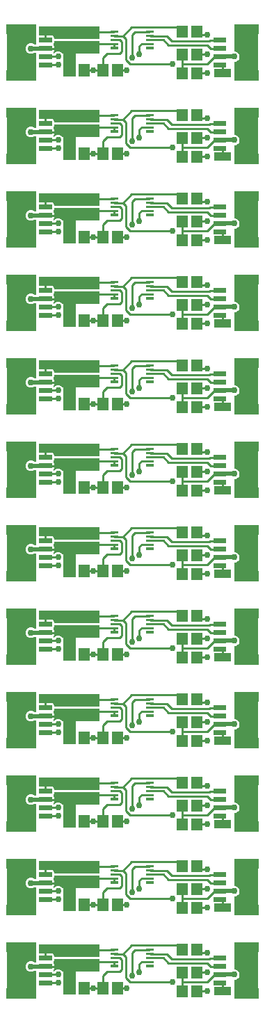
<source format=gbr>
G04 start of page 2 for group 0 idx 0 *
G04 Title: (unknown), top *
G04 Creator: pcb 20140316 *
G04 CreationDate: Sun 30 Dec 2018 07:28:16 PM GMT UTC *
G04 For: railfan *
G04 Format: Gerber/RS-274X *
G04 PCB-Dimensions (mil): 1435.00 4900.00 *
G04 PCB-Coordinate-Origin: lower left *
%MOIN*%
%FSLAX25Y25*%
%LNTOP*%
%ADD21C,0.0310*%
%ADD20C,0.0130*%
%ADD19C,0.0300*%
%ADD18R,0.0512X0.0512*%
%ADD17R,0.0472X0.0472*%
%ADD16R,0.0236X0.0236*%
%ADD15R,0.0100X0.0100*%
%ADD14R,0.0120X0.0120*%
%ADD13C,0.0200*%
%ADD12C,0.0100*%
%ADD11C,0.0001*%
G54D11*G36*
X38500Y413500D02*Y418536D01*
X38540Y418702D01*
X38563Y419094D01*
X38540Y419487D01*
X38500Y419653D01*
Y422473D01*
X38540Y422639D01*
X38563Y423031D01*
X38540Y423424D01*
X38500Y423590D01*
Y427500D01*
X44500D01*
Y413500D01*
X38500D01*
G37*
G36*
X56000Y390500D02*Y384500D01*
X38095D01*
X38092Y384505D01*
X37836Y384805D01*
X37537Y385060D01*
X37201Y385266D01*
X36838Y385416D01*
X36455Y385508D01*
X36063Y385539D01*
X35671Y385508D01*
X35288Y385416D01*
X34925Y385266D01*
X34589Y385060D01*
X34290Y384805D01*
X34056Y384532D01*
X34001D01*
X34000Y384535D01*
Y385465D01*
X34005Y385478D01*
X34042Y385631D01*
X34051Y385788D01*
X34042Y388306D01*
X34005Y388459D01*
X34000Y388472D01*
Y389402D01*
X34005Y389415D01*
X34042Y389568D01*
X34051Y389725D01*
X34048Y390500D01*
X56000D01*
G37*
G36*
X38500Y373500D02*Y378536D01*
X38540Y378702D01*
X38563Y379094D01*
X38540Y379487D01*
X38500Y379653D01*
Y382473D01*
X38540Y382639D01*
X38563Y383031D01*
X38540Y383424D01*
X38500Y383590D01*
Y387500D01*
X44500D01*
Y373500D01*
X38500D01*
G37*
G36*
X56000Y397500D02*Y391500D01*
X34045D01*
X34042Y392243D01*
X34005Y392396D01*
X33945Y392542D01*
X33863Y392676D01*
X33760Y392796D01*
X33641Y392898D01*
X33506Y392980D01*
X33361Y393041D01*
X33208Y393077D01*
X33051Y393087D01*
X27000Y393078D01*
Y397500D01*
X56000D01*
G37*
G36*
X11500Y438500D02*X25500D01*
Y428969D01*
X24508D01*
X24474Y428997D01*
X24138Y429203D01*
X23775Y429353D01*
X23392Y429445D01*
X23000Y429476D01*
X22608Y429445D01*
X22225Y429353D01*
X21862Y429203D01*
X21526Y428997D01*
X21227Y428742D01*
X20971Y428442D01*
X20766Y428107D01*
X20615Y427743D01*
X20523Y427361D01*
X20492Y426969D01*
X20523Y426576D01*
X20615Y426194D01*
X20766Y425830D01*
X20971Y425495D01*
X21227Y425195D01*
X21526Y424940D01*
X21862Y424734D01*
X22225Y424584D01*
X22608Y424492D01*
X23000Y424461D01*
X23392Y424492D01*
X23775Y424584D01*
X24138Y424734D01*
X24474Y424940D01*
X24508Y424969D01*
X25500D01*
Y411500D01*
X11500D01*
Y438500D01*
G37*
G36*
Y398500D02*X25500D01*
Y388969D01*
X24508D01*
X24474Y388997D01*
X24138Y389203D01*
X23775Y389353D01*
X23392Y389445D01*
X23000Y389476D01*
X22608Y389445D01*
X22225Y389353D01*
X21862Y389203D01*
X21526Y388997D01*
X21227Y388742D01*
X20971Y388442D01*
X20766Y388107D01*
X20615Y387743D01*
X20523Y387361D01*
X20492Y386969D01*
X20523Y386576D01*
X20615Y386194D01*
X20766Y385830D01*
X20971Y385495D01*
X21227Y385195D01*
X21526Y384940D01*
X21862Y384734D01*
X22225Y384584D01*
X22608Y384492D01*
X23000Y384461D01*
X23392Y384492D01*
X23775Y384584D01*
X24138Y384734D01*
X24474Y384940D01*
X24508Y384969D01*
X25500D01*
Y371500D01*
X11500D01*
Y398500D01*
G37*
G36*
X56000Y350500D02*Y344500D01*
X38095D01*
X38092Y344505D01*
X37836Y344805D01*
X37537Y345060D01*
X37201Y345266D01*
X36838Y345416D01*
X36455Y345508D01*
X36063Y345539D01*
X35671Y345508D01*
X35288Y345416D01*
X34925Y345266D01*
X34589Y345060D01*
X34290Y344805D01*
X34056Y344532D01*
X34001D01*
X34000Y344535D01*
Y345465D01*
X34005Y345478D01*
X34042Y345631D01*
X34051Y345788D01*
X34042Y348306D01*
X34005Y348459D01*
X34000Y348472D01*
Y349402D01*
X34005Y349415D01*
X34042Y349568D01*
X34051Y349725D01*
X34048Y350500D01*
X56000D01*
G37*
G36*
X38500Y333500D02*Y338536D01*
X38540Y338702D01*
X38563Y339094D01*
X38540Y339487D01*
X38500Y339653D01*
Y342473D01*
X38540Y342639D01*
X38563Y343031D01*
X38540Y343424D01*
X38500Y343590D01*
Y347500D01*
X44500D01*
Y333500D01*
X38500D01*
G37*
G36*
X56000Y357500D02*Y351500D01*
X34045D01*
X34042Y352243D01*
X34005Y352396D01*
X33945Y352542D01*
X33863Y352676D01*
X33760Y352796D01*
X33641Y352898D01*
X33506Y352980D01*
X33361Y353041D01*
X33208Y353077D01*
X33051Y353087D01*
X27000Y353078D01*
Y357500D01*
X56000D01*
G37*
G36*
X119000Y453000D02*X111000D01*
Y457000D01*
X119000D01*
Y453000D01*
G37*
G36*
X132000Y478500D02*Y451500D01*
X120500D01*
Y460524D01*
X120892Y460555D01*
X121275Y460647D01*
X121638Y460797D01*
X121974Y461003D01*
X122273Y461258D01*
X122529Y461558D01*
X122734Y461893D01*
X122885Y462257D01*
X122977Y462639D01*
X123000Y463031D01*
X122977Y463424D01*
X122885Y463806D01*
X122734Y464170D01*
X122529Y464505D01*
X122273Y464805D01*
X121974Y465060D01*
X121638Y465266D01*
X121275Y465416D01*
X120892Y465508D01*
X120500Y465539D01*
Y478500D01*
X132000D01*
G37*
G36*
X56000Y470500D02*Y464500D01*
X38095D01*
X38092Y464505D01*
X37836Y464805D01*
X37537Y465060D01*
X37201Y465266D01*
X36838Y465416D01*
X36455Y465508D01*
X36063Y465539D01*
X35671Y465508D01*
X35288Y465416D01*
X34925Y465266D01*
X34589Y465060D01*
X34290Y464805D01*
X34056Y464531D01*
X34001D01*
X34000Y464535D01*
Y465465D01*
X34005Y465478D01*
X34042Y465631D01*
X34051Y465788D01*
X34042Y468306D01*
X34005Y468459D01*
X34000Y468472D01*
Y469402D01*
X34005Y469415D01*
X34042Y469568D01*
X34051Y469725D01*
X34048Y470500D01*
X56000D01*
G37*
G36*
X38500Y453500D02*Y458536D01*
X38540Y458702D01*
X38563Y459094D01*
X38540Y459487D01*
X38500Y459653D01*
Y462473D01*
X38540Y462639D01*
X38563Y463031D01*
X38540Y463424D01*
X38500Y463590D01*
Y467500D01*
X44500D01*
Y453500D01*
X38500D01*
G37*
G36*
X56000Y477500D02*Y471500D01*
X34045D01*
X34042Y472243D01*
X34005Y472396D01*
X33945Y472542D01*
X33863Y472676D01*
X33760Y472796D01*
X33641Y472898D01*
X33506Y472980D01*
X33361Y473041D01*
X33208Y473077D01*
X33051Y473087D01*
X27000Y473078D01*
Y477500D01*
X56000D01*
G37*
G36*
X11500Y478500D02*X25500D01*
Y468969D01*
X24508D01*
X24474Y468997D01*
X24138Y469203D01*
X23775Y469353D01*
X23392Y469445D01*
X23000Y469476D01*
X22608Y469445D01*
X22225Y469353D01*
X21862Y469203D01*
X21526Y468997D01*
X21227Y468742D01*
X20971Y468442D01*
X20766Y468107D01*
X20615Y467743D01*
X20523Y467361D01*
X20492Y466969D01*
X20523Y466576D01*
X20615Y466194D01*
X20766Y465830D01*
X20971Y465495D01*
X21227Y465195D01*
X21526Y464940D01*
X21862Y464734D01*
X22225Y464584D01*
X22608Y464492D01*
X23000Y464461D01*
X23392Y464492D01*
X23775Y464584D01*
X24138Y464734D01*
X24474Y464940D01*
X24508Y464969D01*
X25500D01*
Y451500D01*
X11500D01*
Y478500D01*
G37*
G36*
X56000Y430500D02*Y424500D01*
X38095D01*
X38092Y424505D01*
X37836Y424805D01*
X37537Y425060D01*
X37201Y425266D01*
X36838Y425416D01*
X36455Y425508D01*
X36063Y425539D01*
X35671Y425508D01*
X35288Y425416D01*
X34925Y425266D01*
X34589Y425060D01*
X34290Y424805D01*
X34056Y424531D01*
X34001D01*
X34000Y424535D01*
Y425465D01*
X34005Y425478D01*
X34042Y425631D01*
X34051Y425788D01*
X34042Y428306D01*
X34005Y428459D01*
X34000Y428472D01*
Y429402D01*
X34005Y429415D01*
X34042Y429568D01*
X34051Y429725D01*
X34048Y430500D01*
X56000D01*
G37*
G36*
Y437500D02*Y431500D01*
X34045D01*
X34042Y432243D01*
X34005Y432396D01*
X33945Y432542D01*
X33863Y432676D01*
X33760Y432796D01*
X33641Y432898D01*
X33506Y432980D01*
X33361Y433041D01*
X33208Y433077D01*
X33051Y433087D01*
X27000Y433078D01*
Y437500D01*
X56000D01*
G37*
G36*
X119000Y413000D02*X111000D01*
Y417000D01*
X119000D01*
Y413000D01*
G37*
G36*
Y373000D02*X111000D01*
Y377000D01*
X119000D01*
Y373000D01*
G37*
G36*
X132000Y438500D02*Y411500D01*
X120500D01*
Y420524D01*
X120892Y420555D01*
X121275Y420647D01*
X121638Y420797D01*
X121974Y421003D01*
X122273Y421258D01*
X122529Y421558D01*
X122734Y421893D01*
X122885Y422257D01*
X122977Y422639D01*
X123000Y423031D01*
X122977Y423424D01*
X122885Y423806D01*
X122734Y424170D01*
X122529Y424505D01*
X122273Y424805D01*
X121974Y425060D01*
X121638Y425266D01*
X121275Y425416D01*
X120892Y425508D01*
X120500Y425539D01*
Y438500D01*
X132000D01*
G37*
G36*
Y398500D02*Y371500D01*
X120500D01*
Y380524D01*
X120892Y380555D01*
X121275Y380647D01*
X121638Y380797D01*
X121974Y381003D01*
X122273Y381258D01*
X122529Y381558D01*
X122734Y381893D01*
X122885Y382257D01*
X122977Y382639D01*
X123000Y383031D01*
X122977Y383424D01*
X122885Y383806D01*
X122734Y384170D01*
X122529Y384505D01*
X122273Y384805D01*
X121974Y385060D01*
X121638Y385266D01*
X121275Y385416D01*
X120892Y385508D01*
X120500Y385539D01*
Y398500D01*
X132000D01*
G37*
G36*
X11500Y358500D02*X25500D01*
Y348969D01*
X24508D01*
X24474Y348997D01*
X24138Y349203D01*
X23775Y349353D01*
X23392Y349445D01*
X23000Y349476D01*
X22608Y349445D01*
X22225Y349353D01*
X21862Y349203D01*
X21526Y348997D01*
X21227Y348742D01*
X20971Y348442D01*
X20766Y348107D01*
X20615Y347743D01*
X20523Y347361D01*
X20492Y346969D01*
X20523Y346576D01*
X20615Y346194D01*
X20766Y345830D01*
X20971Y345495D01*
X21227Y345195D01*
X21526Y344940D01*
X21862Y344734D01*
X22225Y344584D01*
X22608Y344492D01*
X23000Y344461D01*
X23392Y344492D01*
X23775Y344584D01*
X24138Y344734D01*
X24474Y344940D01*
X24508Y344969D01*
X25500D01*
Y331500D01*
X11500D01*
Y358500D01*
G37*
G36*
Y318500D02*X25500D01*
Y308969D01*
X24508D01*
X24474Y308997D01*
X24138Y309203D01*
X23775Y309353D01*
X23392Y309445D01*
X23000Y309476D01*
X22608Y309445D01*
X22225Y309353D01*
X21862Y309203D01*
X21526Y308997D01*
X21227Y308742D01*
X20971Y308442D01*
X20766Y308107D01*
X20615Y307743D01*
X20523Y307361D01*
X20492Y306969D01*
X20523Y306576D01*
X20615Y306194D01*
X20766Y305830D01*
X20971Y305495D01*
X21227Y305195D01*
X21526Y304940D01*
X21862Y304734D01*
X22225Y304584D01*
X22608Y304492D01*
X23000Y304461D01*
X23392Y304492D01*
X23775Y304584D01*
X24138Y304734D01*
X24474Y304940D01*
X24508Y304969D01*
X25500D01*
Y291500D01*
X11500D01*
Y318500D01*
G37*
G36*
Y278500D02*X25500D01*
Y268969D01*
X24508D01*
X24474Y268997D01*
X24138Y269203D01*
X23775Y269353D01*
X23392Y269445D01*
X23000Y269476D01*
X22608Y269445D01*
X22225Y269353D01*
X21862Y269203D01*
X21526Y268997D01*
X21227Y268742D01*
X20971Y268442D01*
X20766Y268107D01*
X20615Y267743D01*
X20523Y267361D01*
X20492Y266969D01*
X20523Y266576D01*
X20615Y266194D01*
X20766Y265830D01*
X20971Y265495D01*
X21227Y265195D01*
X21526Y264940D01*
X21862Y264734D01*
X22225Y264584D01*
X22608Y264492D01*
X23000Y264461D01*
X23392Y264492D01*
X23775Y264584D01*
X24138Y264734D01*
X24474Y264940D01*
X24508Y264969D01*
X25500D01*
Y251500D01*
X11500D01*
Y278500D01*
G37*
G36*
X56000Y310500D02*Y304500D01*
X38095D01*
X38092Y304505D01*
X37836Y304805D01*
X37537Y305060D01*
X37201Y305266D01*
X36838Y305416D01*
X36455Y305508D01*
X36063Y305539D01*
X35671Y305508D01*
X35288Y305416D01*
X34925Y305266D01*
X34589Y305060D01*
X34290Y304805D01*
X34056Y304532D01*
X34001D01*
X34000Y304535D01*
Y305465D01*
X34005Y305478D01*
X34042Y305631D01*
X34051Y305788D01*
X34042Y308306D01*
X34005Y308459D01*
X34000Y308472D01*
Y309402D01*
X34005Y309415D01*
X34042Y309568D01*
X34051Y309725D01*
X34048Y310500D01*
X56000D01*
G37*
G36*
Y317500D02*Y311500D01*
X34045D01*
X34042Y312243D01*
X34005Y312396D01*
X33945Y312542D01*
X33863Y312676D01*
X33760Y312796D01*
X33641Y312898D01*
X33506Y312980D01*
X33361Y313041D01*
X33208Y313077D01*
X33051Y313087D01*
X27000Y313078D01*
Y317500D01*
X56000D01*
G37*
G36*
X38500Y293500D02*Y298536D01*
X38540Y298702D01*
X38563Y299094D01*
X38540Y299487D01*
X38500Y299653D01*
Y302473D01*
X38540Y302639D01*
X38563Y303031D01*
X38540Y303424D01*
X38500Y303590D01*
Y307500D01*
X44500D01*
Y293500D01*
X38500D01*
G37*
G36*
X56000Y270500D02*Y264500D01*
X38095D01*
X38092Y264505D01*
X37836Y264805D01*
X37537Y265060D01*
X37201Y265266D01*
X36838Y265416D01*
X36455Y265508D01*
X36063Y265539D01*
X35671Y265508D01*
X35288Y265416D01*
X34925Y265266D01*
X34589Y265060D01*
X34290Y264805D01*
X34056Y264532D01*
X34001D01*
X34000Y264535D01*
Y265465D01*
X34005Y265478D01*
X34042Y265631D01*
X34051Y265788D01*
X34042Y268306D01*
X34005Y268459D01*
X34000Y268472D01*
Y269402D01*
X34005Y269415D01*
X34042Y269568D01*
X34051Y269725D01*
X34048Y270500D01*
X56000D01*
G37*
G36*
X38500Y253500D02*Y258536D01*
X38540Y258702D01*
X38563Y259094D01*
X38540Y259487D01*
X38500Y259653D01*
Y262473D01*
X38540Y262639D01*
X38563Y263031D01*
X38540Y263424D01*
X38500Y263590D01*
Y267500D01*
X44500D01*
Y253500D01*
X38500D01*
G37*
G36*
X56000Y277500D02*Y271500D01*
X34045D01*
X34042Y272243D01*
X34005Y272396D01*
X33945Y272542D01*
X33863Y272676D01*
X33760Y272796D01*
X33641Y272898D01*
X33506Y272980D01*
X33361Y273041D01*
X33208Y273077D01*
X33051Y273087D01*
X27000Y273078D01*
Y277500D01*
X56000D01*
G37*
G36*
Y230500D02*Y224500D01*
X38095D01*
X38092Y224505D01*
X37836Y224805D01*
X37537Y225060D01*
X37201Y225266D01*
X36838Y225416D01*
X36455Y225508D01*
X36063Y225539D01*
X35671Y225508D01*
X35288Y225416D01*
X34925Y225266D01*
X34589Y225060D01*
X34290Y224805D01*
X34056Y224532D01*
X34001D01*
X34000Y224535D01*
Y225465D01*
X34005Y225478D01*
X34042Y225631D01*
X34051Y225788D01*
X34042Y228306D01*
X34005Y228459D01*
X34000Y228472D01*
Y229402D01*
X34005Y229415D01*
X34042Y229568D01*
X34051Y229725D01*
X34048Y230500D01*
X56000D01*
G37*
G36*
X38500Y213500D02*Y218536D01*
X38540Y218702D01*
X38563Y219094D01*
X38540Y219487D01*
X38500Y219653D01*
Y222473D01*
X38540Y222639D01*
X38563Y223031D01*
X38540Y223424D01*
X38500Y223590D01*
Y227500D01*
X44500D01*
Y213500D01*
X38500D01*
G37*
G36*
X56000Y237500D02*Y231500D01*
X34045D01*
X34042Y232243D01*
X34005Y232396D01*
X33945Y232542D01*
X33863Y232676D01*
X33760Y232796D01*
X33641Y232898D01*
X33506Y232980D01*
X33361Y233041D01*
X33208Y233077D01*
X33051Y233087D01*
X27000Y233078D01*
Y237500D01*
X56000D01*
G37*
G36*
X11500Y238500D02*X25500D01*
Y228969D01*
X24508D01*
X24474Y228997D01*
X24138Y229203D01*
X23775Y229353D01*
X23392Y229445D01*
X23000Y229476D01*
X22608Y229445D01*
X22225Y229353D01*
X21862Y229203D01*
X21526Y228997D01*
X21227Y228742D01*
X20971Y228443D01*
X20766Y228107D01*
X20615Y227743D01*
X20523Y227361D01*
X20492Y226969D01*
X20523Y226576D01*
X20615Y226194D01*
X20766Y225830D01*
X20971Y225495D01*
X21227Y225195D01*
X21526Y224940D01*
X21862Y224734D01*
X22225Y224584D01*
X22608Y224492D01*
X23000Y224461D01*
X23392Y224492D01*
X23775Y224584D01*
X24138Y224734D01*
X24474Y224940D01*
X24508Y224969D01*
X25500D01*
Y211500D01*
X11500D01*
Y238500D01*
G37*
G36*
X56000Y190500D02*Y184500D01*
X38095D01*
X38092Y184505D01*
X37836Y184805D01*
X37537Y185060D01*
X37201Y185266D01*
X36838Y185416D01*
X36455Y185508D01*
X36063Y185539D01*
X35671Y185508D01*
X35288Y185416D01*
X34925Y185266D01*
X34589Y185060D01*
X34290Y184805D01*
X34056Y184532D01*
X34001D01*
X34000Y184535D01*
Y185465D01*
X34005Y185478D01*
X34042Y185631D01*
X34051Y185788D01*
X34042Y188306D01*
X34005Y188459D01*
X34000Y188472D01*
Y189402D01*
X34005Y189415D01*
X34042Y189568D01*
X34051Y189725D01*
X34048Y190500D01*
X56000D01*
G37*
G36*
X38500Y173500D02*Y178536D01*
X38540Y178702D01*
X38563Y179094D01*
X38540Y179487D01*
X38500Y179653D01*
Y182473D01*
X38540Y182639D01*
X38563Y183031D01*
X38540Y183424D01*
X38500Y183590D01*
Y187500D01*
X44500D01*
Y173500D01*
X38500D01*
G37*
G36*
X56000Y197500D02*Y191500D01*
X34045D01*
X34042Y192243D01*
X34005Y192396D01*
X33945Y192542D01*
X33863Y192676D01*
X33760Y192796D01*
X33641Y192898D01*
X33506Y192980D01*
X33361Y193041D01*
X33208Y193077D01*
X33051Y193087D01*
X27000Y193078D01*
Y197500D01*
X56000D01*
G37*
G36*
X11500Y198500D02*X25500D01*
Y188969D01*
X24508D01*
X24474Y188997D01*
X24138Y189203D01*
X23775Y189353D01*
X23392Y189445D01*
X23000Y189476D01*
X22608Y189445D01*
X22225Y189353D01*
X21862Y189203D01*
X21526Y188997D01*
X21227Y188742D01*
X20971Y188442D01*
X20766Y188107D01*
X20615Y187743D01*
X20523Y187361D01*
X20492Y186969D01*
X20523Y186576D01*
X20615Y186194D01*
X20766Y185830D01*
X20971Y185495D01*
X21227Y185195D01*
X21526Y184940D01*
X21862Y184734D01*
X22225Y184584D01*
X22608Y184492D01*
X23000Y184461D01*
X23392Y184492D01*
X23775Y184584D01*
X24138Y184734D01*
X24474Y184940D01*
X24508Y184969D01*
X25500D01*
Y171500D01*
X11500D01*
Y198500D01*
G37*
G36*
X119000Y333000D02*X111000D01*
Y337000D01*
X119000D01*
Y333000D01*
G37*
G36*
Y293000D02*X111000D01*
Y297000D01*
X119000D01*
Y293000D01*
G37*
G36*
Y253000D02*X111000D01*
Y257000D01*
X119000D01*
Y253000D01*
G37*
G36*
X132000Y358500D02*Y331500D01*
X120500D01*
Y340524D01*
X120892Y340555D01*
X121275Y340647D01*
X121638Y340797D01*
X121974Y341003D01*
X122273Y341258D01*
X122529Y341558D01*
X122734Y341893D01*
X122885Y342257D01*
X122977Y342639D01*
X123000Y343031D01*
X122977Y343424D01*
X122885Y343806D01*
X122734Y344170D01*
X122529Y344505D01*
X122273Y344805D01*
X121974Y345060D01*
X121638Y345266D01*
X121275Y345416D01*
X120892Y345508D01*
X120500Y345539D01*
Y358500D01*
X132000D01*
G37*
G36*
Y318500D02*Y291500D01*
X120500D01*
Y300524D01*
X120892Y300555D01*
X121275Y300647D01*
X121638Y300797D01*
X121974Y301003D01*
X122273Y301258D01*
X122529Y301558D01*
X122734Y301893D01*
X122885Y302257D01*
X122977Y302639D01*
X123000Y303031D01*
X122977Y303424D01*
X122885Y303806D01*
X122734Y304170D01*
X122529Y304505D01*
X122273Y304805D01*
X121974Y305060D01*
X121638Y305266D01*
X121275Y305416D01*
X120892Y305508D01*
X120500Y305539D01*
Y318500D01*
X132000D01*
G37*
G36*
Y278500D02*Y251500D01*
X120500D01*
Y260524D01*
X120892Y260555D01*
X121275Y260647D01*
X121638Y260797D01*
X121974Y261003D01*
X122273Y261258D01*
X122529Y261557D01*
X122734Y261893D01*
X122885Y262257D01*
X122977Y262639D01*
X123000Y263031D01*
X122977Y263424D01*
X122885Y263806D01*
X122734Y264170D01*
X122529Y264505D01*
X122273Y264805D01*
X121974Y265060D01*
X121638Y265266D01*
X121275Y265416D01*
X120892Y265508D01*
X120500Y265539D01*
Y278500D01*
X132000D01*
G37*
G36*
Y238500D02*Y211500D01*
X120500D01*
Y220524D01*
X120892Y220555D01*
X121275Y220647D01*
X121638Y220797D01*
X121974Y221003D01*
X122273Y221258D01*
X122529Y221557D01*
X122734Y221893D01*
X122885Y222257D01*
X122977Y222639D01*
X123000Y223031D01*
X122977Y223424D01*
X122885Y223806D01*
X122734Y224170D01*
X122529Y224505D01*
X122273Y224805D01*
X121974Y225060D01*
X121638Y225266D01*
X121275Y225416D01*
X120892Y225508D01*
X120500Y225539D01*
Y238500D01*
X132000D01*
G37*
G36*
Y198500D02*Y171500D01*
X120500D01*
Y180524D01*
X120892Y180555D01*
X121275Y180647D01*
X121638Y180797D01*
X121974Y181003D01*
X122273Y181258D01*
X122529Y181558D01*
X122734Y181893D01*
X122885Y182257D01*
X122977Y182639D01*
X123000Y183031D01*
X122977Y183424D01*
X122885Y183806D01*
X122734Y184170D01*
X122529Y184505D01*
X122273Y184805D01*
X121974Y185060D01*
X121638Y185266D01*
X121275Y185416D01*
X120892Y185508D01*
X120500Y185539D01*
Y198500D01*
X132000D01*
G37*
G36*
Y158500D02*Y131500D01*
X120500D01*
Y140524D01*
X120892Y140555D01*
X121275Y140647D01*
X121638Y140797D01*
X121974Y141003D01*
X122273Y141258D01*
X122529Y141558D01*
X122734Y141893D01*
X122885Y142257D01*
X122977Y142639D01*
X123000Y143031D01*
X122977Y143424D01*
X122885Y143806D01*
X122734Y144170D01*
X122529Y144505D01*
X122273Y144805D01*
X121974Y145060D01*
X121638Y145266D01*
X121275Y145416D01*
X120892Y145508D01*
X120500Y145539D01*
Y158500D01*
X132000D01*
G37*
G36*
X119000Y213000D02*X111000D01*
Y217000D01*
X119000D01*
Y213000D01*
G37*
G36*
Y173000D02*X111000D01*
Y177000D01*
X119000D01*
Y173000D01*
G37*
G36*
Y133000D02*X111000D01*
Y137000D01*
X119000D01*
Y133000D01*
G37*
G36*
Y93000D02*X111000D01*
Y97000D01*
X119000D01*
Y93000D01*
G37*
G36*
X132000Y118500D02*Y91500D01*
X120500D01*
Y100524D01*
X120892Y100555D01*
X121275Y100647D01*
X121638Y100797D01*
X121974Y101003D01*
X122273Y101258D01*
X122529Y101558D01*
X122734Y101893D01*
X122885Y102257D01*
X122977Y102639D01*
X123000Y103031D01*
X122977Y103424D01*
X122885Y103806D01*
X122734Y104170D01*
X122529Y104505D01*
X122273Y104805D01*
X121974Y105060D01*
X121638Y105266D01*
X121275Y105416D01*
X120892Y105508D01*
X120500Y105539D01*
Y118500D01*
X132000D01*
G37*
G36*
X119000Y53000D02*X111000D01*
Y57000D01*
X119000D01*
Y53000D01*
G37*
G36*
Y13000D02*X111000D01*
Y17000D01*
X119000D01*
Y13000D01*
G37*
G36*
X132000Y78500D02*Y51500D01*
X120500D01*
Y60524D01*
X120892Y60555D01*
X121275Y60647D01*
X121638Y60797D01*
X121974Y61003D01*
X122273Y61258D01*
X122529Y61558D01*
X122734Y61893D01*
X122885Y62257D01*
X122977Y62639D01*
X123000Y63031D01*
X122977Y63424D01*
X122885Y63806D01*
X122734Y64170D01*
X122529Y64505D01*
X122273Y64805D01*
X121974Y65060D01*
X121638Y65266D01*
X121275Y65416D01*
X120892Y65508D01*
X120500Y65539D01*
Y78500D01*
X132000D01*
G37*
G36*
Y38500D02*Y11500D01*
X120500D01*
Y20524D01*
X120892Y20555D01*
X121275Y20647D01*
X121638Y20797D01*
X121974Y21003D01*
X122273Y21258D01*
X122529Y21558D01*
X122734Y21893D01*
X122885Y22257D01*
X122977Y22639D01*
X123000Y23031D01*
X122977Y23424D01*
X122885Y23806D01*
X122734Y24170D01*
X122529Y24505D01*
X122273Y24805D01*
X121974Y25060D01*
X121638Y25266D01*
X121275Y25416D01*
X120892Y25508D01*
X120500Y25539D01*
Y38500D01*
X132000D01*
G37*
G36*
X56000Y150500D02*Y144500D01*
X38095D01*
X38092Y144505D01*
X37836Y144805D01*
X37537Y145060D01*
X37201Y145266D01*
X36838Y145416D01*
X36455Y145508D01*
X36063Y145539D01*
X35671Y145508D01*
X35288Y145416D01*
X34925Y145266D01*
X34589Y145060D01*
X34290Y144805D01*
X34056Y144532D01*
X34001D01*
X34000Y144535D01*
Y145465D01*
X34005Y145478D01*
X34042Y145631D01*
X34051Y145788D01*
X34042Y148306D01*
X34005Y148459D01*
X34000Y148472D01*
Y149402D01*
X34005Y149415D01*
X34042Y149568D01*
X34051Y149725D01*
X34048Y150500D01*
X56000D01*
G37*
G36*
X38500Y133500D02*Y138536D01*
X38540Y138702D01*
X38563Y139094D01*
X38540Y139487D01*
X38500Y139653D01*
Y142473D01*
X38540Y142639D01*
X38563Y143031D01*
X38540Y143424D01*
X38500Y143590D01*
Y147500D01*
X44500D01*
Y133500D01*
X38500D01*
G37*
G36*
X56000Y157500D02*Y151500D01*
X34045D01*
X34042Y152243D01*
X34005Y152396D01*
X33945Y152542D01*
X33863Y152676D01*
X33760Y152796D01*
X33641Y152898D01*
X33506Y152980D01*
X33361Y153041D01*
X33208Y153077D01*
X33051Y153087D01*
X27000Y153078D01*
Y157500D01*
X56000D01*
G37*
G36*
X11500Y158500D02*X25500D01*
Y148969D01*
X24508D01*
X24474Y148997D01*
X24138Y149203D01*
X23775Y149353D01*
X23392Y149445D01*
X23000Y149476D01*
X22608Y149445D01*
X22225Y149353D01*
X21862Y149203D01*
X21526Y148997D01*
X21227Y148742D01*
X20971Y148442D01*
X20766Y148107D01*
X20615Y147743D01*
X20523Y147361D01*
X20492Y146969D01*
X20523Y146576D01*
X20615Y146194D01*
X20766Y145830D01*
X20971Y145495D01*
X21227Y145195D01*
X21526Y144940D01*
X21862Y144734D01*
X22225Y144584D01*
X22608Y144492D01*
X23000Y144461D01*
X23392Y144492D01*
X23775Y144584D01*
X24138Y144734D01*
X24474Y144940D01*
X24508Y144969D01*
X25500D01*
Y131500D01*
X11500D01*
Y158500D01*
G37*
G36*
X56000Y110500D02*Y104500D01*
X38095D01*
X38092Y104505D01*
X37836Y104805D01*
X37537Y105060D01*
X37201Y105266D01*
X36838Y105416D01*
X36455Y105508D01*
X36063Y105539D01*
X35671Y105508D01*
X35288Y105416D01*
X34925Y105266D01*
X34589Y105060D01*
X34290Y104805D01*
X34056Y104532D01*
X34001D01*
X34000Y104535D01*
Y105465D01*
X34005Y105478D01*
X34042Y105631D01*
X34051Y105788D01*
X34042Y108306D01*
X34005Y108459D01*
X34000Y108472D01*
Y109402D01*
X34005Y109415D01*
X34042Y109568D01*
X34051Y109725D01*
X34048Y110500D01*
X56000D01*
G37*
G36*
X38500Y93500D02*Y98536D01*
X38540Y98702D01*
X38563Y99094D01*
X38540Y99487D01*
X38500Y99653D01*
Y102473D01*
X38540Y102639D01*
X38563Y103031D01*
X38540Y103424D01*
X38500Y103590D01*
Y107500D01*
X44500D01*
Y93500D01*
X38500D01*
G37*
G36*
X56000Y117500D02*Y111500D01*
X34045D01*
X34042Y112243D01*
X34005Y112396D01*
X33945Y112542D01*
X33863Y112676D01*
X33760Y112796D01*
X33641Y112898D01*
X33506Y112980D01*
X33361Y113041D01*
X33208Y113077D01*
X33051Y113087D01*
X27000Y113078D01*
Y117500D01*
X56000D01*
G37*
G36*
X11500Y118500D02*X25500D01*
Y108969D01*
X24508D01*
X24474Y108997D01*
X24138Y109203D01*
X23775Y109353D01*
X23392Y109445D01*
X23000Y109476D01*
X22608Y109445D01*
X22225Y109353D01*
X21862Y109203D01*
X21526Y108997D01*
X21227Y108742D01*
X20971Y108442D01*
X20766Y108107D01*
X20615Y107743D01*
X20523Y107361D01*
X20492Y106969D01*
X20523Y106576D01*
X20615Y106194D01*
X20766Y105830D01*
X20971Y105495D01*
X21227Y105195D01*
X21526Y104940D01*
X21862Y104734D01*
X22225Y104584D01*
X22608Y104492D01*
X23000Y104461D01*
X23392Y104492D01*
X23775Y104584D01*
X24138Y104734D01*
X24474Y104940D01*
X24508Y104969D01*
X25500D01*
Y91500D01*
X11500D01*
Y118500D01*
G37*
G36*
X56000Y70500D02*Y64500D01*
X38095D01*
X38092Y64505D01*
X37836Y64805D01*
X37537Y65060D01*
X37201Y65266D01*
X36838Y65416D01*
X36455Y65508D01*
X36063Y65539D01*
X35671Y65508D01*
X35288Y65416D01*
X34925Y65266D01*
X34589Y65060D01*
X34290Y64805D01*
X34056Y64532D01*
X34001D01*
X34000Y64535D01*
Y65465D01*
X34005Y65478D01*
X34042Y65631D01*
X34051Y65788D01*
X34042Y68306D01*
X34005Y68459D01*
X34000Y68472D01*
Y69402D01*
X34005Y69415D01*
X34042Y69568D01*
X34051Y69725D01*
X34048Y70500D01*
X56000D01*
G37*
G36*
X38500Y53500D02*Y58536D01*
X38540Y58702D01*
X38563Y59094D01*
X38540Y59487D01*
X38500Y59653D01*
Y62473D01*
X38540Y62639D01*
X38563Y63031D01*
X38540Y63424D01*
X38500Y63590D01*
Y67500D01*
X44500D01*
Y53500D01*
X38500D01*
G37*
G36*
X56000Y77500D02*Y71500D01*
X34045D01*
X34042Y72243D01*
X34005Y72396D01*
X33945Y72542D01*
X33863Y72676D01*
X33760Y72796D01*
X33641Y72898D01*
X33506Y72980D01*
X33361Y73041D01*
X33208Y73077D01*
X33051Y73087D01*
X27000Y73078D01*
Y77500D01*
X56000D01*
G37*
G36*
X11500Y78500D02*X25500D01*
Y68969D01*
X24508D01*
X24474Y68997D01*
X24138Y69203D01*
X23775Y69353D01*
X23392Y69445D01*
X23000Y69476D01*
X22608Y69445D01*
X22225Y69353D01*
X21862Y69203D01*
X21526Y68997D01*
X21227Y68742D01*
X20971Y68442D01*
X20766Y68107D01*
X20615Y67743D01*
X20523Y67361D01*
X20492Y66969D01*
X20523Y66576D01*
X20615Y66194D01*
X20766Y65830D01*
X20971Y65495D01*
X21227Y65195D01*
X21526Y64940D01*
X21862Y64734D01*
X22225Y64584D01*
X22608Y64492D01*
X23000Y64461D01*
X23392Y64492D01*
X23775Y64584D01*
X24138Y64734D01*
X24474Y64940D01*
X24508Y64969D01*
X25500D01*
Y51500D01*
X11500D01*
Y78500D01*
G37*
G36*
X56000Y30500D02*Y24500D01*
X38095D01*
X38092Y24505D01*
X37836Y24805D01*
X37537Y25060D01*
X37201Y25266D01*
X36838Y25416D01*
X36455Y25508D01*
X36063Y25539D01*
X35671Y25508D01*
X35288Y25416D01*
X34925Y25266D01*
X34589Y25060D01*
X34290Y24805D01*
X34056Y24532D01*
X34001D01*
X34000Y24535D01*
Y25465D01*
X34005Y25478D01*
X34042Y25631D01*
X34051Y25788D01*
X34042Y28306D01*
X34005Y28459D01*
X34000Y28472D01*
Y29402D01*
X34005Y29415D01*
X34042Y29568D01*
X34051Y29725D01*
X34048Y30500D01*
X56000D01*
G37*
G36*
X38500Y13500D02*Y18536D01*
X38540Y18702D01*
X38563Y19094D01*
X38540Y19487D01*
X38500Y19653D01*
Y22473D01*
X38540Y22639D01*
X38563Y23031D01*
X38540Y23424D01*
X38500Y23590D01*
Y27500D01*
X44500D01*
Y13500D01*
X38500D01*
G37*
G36*
X56000Y37500D02*Y31500D01*
X34045D01*
X34042Y32243D01*
X34005Y32396D01*
X33945Y32542D01*
X33863Y32676D01*
X33760Y32796D01*
X33641Y32898D01*
X33506Y32980D01*
X33361Y33041D01*
X33208Y33077D01*
X33051Y33087D01*
X27000Y33078D01*
Y37500D01*
X56000D01*
G37*
G36*
X11500Y38500D02*X25500D01*
Y28969D01*
X24508D01*
X24474Y28997D01*
X24138Y29203D01*
X23775Y29353D01*
X23392Y29445D01*
X23000Y29476D01*
X22608Y29445D01*
X22225Y29353D01*
X21862Y29203D01*
X21526Y28997D01*
X21227Y28742D01*
X20971Y28442D01*
X20766Y28107D01*
X20615Y27743D01*
X20523Y27361D01*
X20492Y26969D01*
X20523Y26576D01*
X20615Y26194D01*
X20766Y25830D01*
X20971Y25495D01*
X21227Y25195D01*
X21526Y24940D01*
X21862Y24734D01*
X22225Y24584D01*
X22608Y24492D01*
X23000Y24461D01*
X23392Y24492D01*
X23775Y24584D01*
X24138Y24734D01*
X24474Y24940D01*
X24508Y24969D01*
X25500D01*
Y11500D01*
X11500D01*
Y38500D01*
G37*
G54D12*X30000Y379094D02*X36063D01*
X30000Y383031D02*X36063D01*
X30000Y386969D02*X37000D01*
X30000Y390906D02*Y395000D01*
G54D13*X23000Y386969D02*X30000D01*
G54D12*Y346969D02*X37000D01*
X30000Y350906D02*Y355000D01*
G54D13*X23000Y346969D02*X30000D01*
G54D12*X62952Y394937D02*X52500D01*
X62952Y389031D02*X52500D01*
X48543Y376500D02*X56457D01*
X59500Y384500D02*X57457Y382457D01*
Y376500D01*
X64543D02*X69000D01*
X70500Y379500D02*X91000D01*
X90500Y390500D02*X108500D01*
X89000Y388500D02*X107500D01*
X108500Y390500D02*X108906Y390906D01*
X107500Y393500D02*X102543D01*
X108906Y390906D02*X113500D01*
X107500Y388500D02*X109031Y386969D01*
X113500D01*
X111031Y383031D02*X113500D01*
G54D13*X120500D01*
G54D12*X95457Y384000D02*Y375000D01*
X102543D02*X107500D01*
X102543Y384000D02*X107500D01*
X95457Y379457D02*X107457D01*
X111031Y383031D01*
X115000Y375000D02*Y379094D01*
X89000Y388500D02*X86500Y391000D01*
X80048D01*
X90500Y390500D02*X88031Y392969D01*
X80048D01*
X71062Y397000D02*X95457D01*
X80000Y394937D02*X72937D01*
X71500Y393500D01*
X80000Y389031D02*X76031D01*
X75000Y388000D01*
X63000Y387063D02*Y389031D01*
Y391000D02*X65500D01*
Y384500D02*X59500D01*
X63000Y392969D02*X67031D01*
X68500Y391500D01*
X65500Y391000D02*X66500Y390000D01*
Y385500D01*
X65500Y384500D01*
X67031Y392969D02*X71062Y397000D01*
X68500Y391500D02*Y381500D01*
X70500Y379500D01*
X71500Y393500D02*Y382500D01*
X75000Y388000D02*Y384000D01*
X62952Y354937D02*X52500D01*
X62952Y349031D02*X52500D01*
X63000Y351000D02*X65500D01*
X66500Y350000D01*
X63000Y352969D02*X67031D01*
X68500Y351500D01*
X67031Y352969D02*X71062Y357000D01*
X63000Y347063D02*Y349031D01*
X66500Y350000D02*Y345500D01*
X65500Y344500D01*
X48543Y336500D02*X56457D01*
X64543D02*X69000D01*
X65500Y344500D02*X59500D01*
X57457Y342457D01*
Y336500D01*
X68500Y351500D02*Y341500D01*
X70500Y339500D01*
X91000D01*
X89000Y348500D02*X86500Y351000D01*
X80048D01*
X90500Y350500D02*X88031Y352969D01*
X80048D01*
X80000Y349031D02*X76031D01*
X75000Y348000D01*
X71062Y357000D02*X95457D01*
X80000Y354937D02*X72937D01*
X71500Y353500D01*
Y342500D01*
X75000Y348000D02*Y344000D01*
X90500Y350500D02*X108500D01*
X108906Y350906D01*
X107500Y348500D02*X109031Y346969D01*
X107500Y353500D02*X102543D01*
X108906Y350906D02*X113500D01*
X109031Y346969D02*X113500D01*
X89000Y348500D02*X107500D01*
X95457Y344000D02*Y335000D01*
X102543D02*X107500D01*
X102543Y344000D02*X107500D01*
X95457Y339457D02*X107457D01*
X111031Y343031D01*
X115000Y335000D02*Y339094D01*
X111031Y343031D02*X113500D01*
G54D13*X120500D01*
G54D12*X89000Y308500D02*X86500Y311000D01*
X90500Y310500D02*X88031Y312969D01*
X86500Y311000D02*X80048D01*
X88031Y312969D02*X80048D01*
X80000Y309031D02*X76031D01*
X75000Y308000D01*
X90500Y310500D02*X108500D01*
X108906Y310906D01*
X113500D01*
X89000Y308500D02*X107500D01*
X109031Y306969D01*
X113500D01*
X71062Y317000D02*X95457D01*
X107500Y313500D02*X102543D01*
X80000Y314937D02*X72937D01*
X71500Y313500D01*
X48543Y416500D02*X56457D01*
X30000Y419094D02*X36063D01*
X30000Y423031D02*X36063D01*
X30000Y426969D02*X37000D01*
X30000Y430906D02*Y435000D01*
G54D13*X23000Y426969D02*X30000D01*
G54D12*X62952Y434937D02*X52500D01*
X62952Y429031D02*X52500D01*
X63000Y427063D02*Y429031D01*
X59500Y424500D02*X57457Y422457D01*
Y416500D01*
X89000Y428500D02*X86500Y431000D01*
X80048D01*
X90500Y430500D02*X88031Y432969D01*
X80048D01*
X71062Y437000D02*X95457D01*
X80000Y434937D02*X72937D01*
X71500Y433500D01*
X80000Y429031D02*X76031D01*
X75000Y428000D01*
X63000Y432969D02*X67031D01*
X68500Y431500D01*
X63000Y431000D02*X65500D01*
X66500Y430000D01*
X65500Y424500D02*X59500D01*
X67031Y432969D02*X71062Y437000D01*
X66500Y430000D02*Y425500D01*
X65500Y424500D01*
X68500Y431500D02*Y421500D01*
X71500Y433500D02*Y422500D01*
X75000Y428000D02*Y424000D01*
X63000Y471000D02*X65500D01*
X63000Y472969D02*X67031D01*
X68500Y471500D01*
X65500Y471000D02*X66500Y470000D01*
X80000Y469031D02*X76031D01*
X75000Y468000D01*
X66500Y470000D02*Y465500D01*
X64543Y456500D02*X69000D01*
X68500Y471500D02*Y461500D01*
X70500Y459500D01*
X71500Y473500D02*Y462500D01*
X75000Y468000D02*Y464000D01*
X66500Y465500D02*X65500Y464500D01*
X59500D01*
X57457Y462457D01*
X70500Y459500D02*X91000D01*
X67031Y472969D02*X71062Y477000D01*
X72937Y474937D02*X71500Y473500D01*
X71062Y477000D02*X95457D01*
X80000Y474937D02*X72937D01*
X48543Y456500D02*X56457D01*
X30000Y459094D02*X36063D01*
X30000Y463031D02*X36063D01*
X30000Y466969D02*X37000D01*
X57457Y462457D02*Y456500D01*
X62952Y474937D02*X52500D01*
X62952Y469031D02*X52500D01*
X63000Y467063D02*Y469031D01*
X30000Y470906D02*Y475000D01*
G54D13*X23000Y466969D02*X30000D01*
G54D12*X95457Y464000D02*Y455000D01*
X102543D02*X107500D01*
X102543Y464000D02*X107500D01*
X95457Y459457D02*X107457D01*
X111031Y463031D01*
X115000Y455000D02*Y459094D01*
X89000Y468500D02*X86500Y471000D01*
X80048D01*
X90500Y470500D02*X88031Y472969D01*
X80048D01*
X90500Y470500D02*X108500D01*
X108906Y470906D01*
X113500D01*
X107500Y473500D02*X102543D01*
X89000Y468500D02*X107500D01*
X109031Y466969D01*
X113500D01*
X111031Y463031D02*X113500D01*
G54D13*X120500D01*
G54D12*X64543Y416500D02*X69000D01*
X68500Y421500D02*X70500Y419500D01*
X91000D01*
X90500Y430500D02*X108500D01*
X89000Y428500D02*X107500D01*
X108500Y430500D02*X108906Y430906D01*
X107500Y433500D02*X102543D01*
X108906Y430906D02*X113500D01*
X107500Y428500D02*X109031Y426969D01*
X113500D01*
X111031Y423031D02*X113500D01*
G54D13*X120500D01*
G54D12*X95457Y424000D02*Y415000D01*
X102543D02*X107500D01*
X102543Y424000D02*X107500D01*
X95457Y419457D02*X107457D01*
X111031Y423031D01*
X115000Y415000D02*Y419094D01*
X62952Y314937D02*X52500D01*
X62952Y309031D02*X52500D01*
X63000Y307063D02*Y309031D01*
Y311000D02*X65500D01*
X66500Y310000D01*
Y305500D01*
X63000Y312969D02*X67031D01*
X68500Y311500D01*
Y301500D01*
X67031Y312969D02*X71062Y317000D01*
X71500Y313500D02*Y302500D01*
X75000Y308000D02*Y304000D01*
X48543Y296500D02*X56457D01*
X66500Y305500D02*X65500Y304500D01*
X59500D01*
X57457Y302457D02*Y296500D01*
X64543D02*X69000D01*
X68500Y301500D02*X70500Y299500D01*
X91000D01*
X95457Y304000D02*Y295000D01*
X102543D02*X107500D01*
X102543Y304000D02*X107500D01*
X95457Y299457D02*X107457D01*
X111031Y303031D01*
X113500D01*
G54D13*X120500D01*
G54D12*X115000Y295000D02*Y299094D01*
X70500Y259500D02*X91000D01*
X89000Y268500D02*X86500Y271000D01*
X80048D01*
X90500Y270500D02*X88031Y272969D01*
X80048D01*
X67031D02*X71062Y277000D01*
X95457D01*
X80000Y274937D02*X72937D01*
X71500Y273500D01*
Y262500D01*
X80000Y269031D02*X76031D01*
X75000Y268000D01*
Y264000D01*
X95457D02*Y255000D01*
X102543Y264000D02*X107500D01*
X95457Y259457D02*X107457D01*
X90500Y270500D02*X108500D01*
X89000Y268500D02*X107500D01*
X108500Y270500D02*X108906Y270906D01*
X107500Y268500D02*X109031Y266969D01*
X107500Y273500D02*X102543D01*
X108906Y270906D02*X113500D01*
X109031Y266969D02*X113500D01*
G54D13*Y263031D02*X120500D01*
G54D12*X102543Y255000D02*X107500D01*
X107457Y259457D02*X111031Y263031D01*
X113500D01*
X115000Y255000D02*Y259094D01*
X30000Y339094D02*X36063D01*
X30000Y299094D02*X36063D01*
X30000Y303031D02*X36063D01*
X30000Y306969D02*X37000D01*
X30000Y310906D02*Y315000D01*
G54D13*X23000Y306969D02*X30000D01*
G54D12*Y343031D02*X36063D01*
X59500Y304500D02*X57457Y302457D01*
X62952Y274937D02*X52500D01*
X62952Y269031D02*X52500D01*
X48543Y256500D02*X56457D01*
X59500Y264500D02*X57457Y262457D01*
Y256500D01*
X68500Y261500D02*X70500Y259500D01*
X63000Y267063D02*Y269031D01*
X66500Y270000D02*Y265500D01*
X65500Y264500D01*
X59500D01*
X63000Y271000D02*X65500D01*
X66500Y270000D01*
X63000Y272969D02*X67031D01*
X68500Y271500D01*
Y261500D01*
X64543Y256500D02*X69000D01*
X67031Y232969D02*X71062Y237000D01*
X62952Y234937D02*X52500D01*
X62952Y229031D02*X52500D01*
X63000Y227063D02*Y229031D01*
Y231000D02*X65500D01*
X66500Y230000D01*
Y225500D01*
X63000Y232969D02*X67031D01*
X68500Y231500D01*
Y221500D01*
X71500Y233500D02*Y222500D01*
X75000Y228000D02*Y224000D01*
X48543Y216500D02*X56457D01*
X64543D02*X69000D01*
X66500Y225500D02*X65500Y224500D01*
X59500D01*
X57457Y222457D01*
Y216500D01*
X89000Y228500D02*X86500Y231000D01*
X90500Y230500D02*X88031Y232969D01*
X86500Y231000D02*X80048D01*
X88031Y232969D02*X80048D01*
X80000Y229031D02*X76031D01*
X75000Y228000D01*
X90500Y230500D02*X108500D01*
X108906Y230906D01*
X113500D01*
X89000Y228500D02*X107500D01*
X109031Y226969D01*
X113500D01*
X71062Y237000D02*X95457D01*
X107500Y233500D02*X102543D01*
X80000Y234937D02*X72937D01*
X71500Y233500D01*
X68500Y221500D02*X70500Y219500D01*
X91000D01*
X95457Y224000D02*Y215000D01*
X102543D02*X107500D01*
X102543Y224000D02*X107500D01*
X95457Y219457D02*X107457D01*
X111031Y223031D01*
X113500D01*
G54D13*X120500D01*
G54D12*X115000Y215000D02*Y219094D01*
X30000Y259094D02*X36063D01*
X30000Y219094D02*X36063D01*
X30000Y223031D02*X36063D01*
X30000Y226969D02*X37000D01*
X30000Y230906D02*Y235000D01*
G54D13*X23000Y226969D02*X30000D01*
G54D12*Y263031D02*X36063D01*
X30000Y266969D02*X37000D01*
G54D13*X23000D02*X30000D01*
G54D12*Y270906D02*Y275000D01*
X70500Y179500D02*X91000D01*
X89000Y188500D02*X86500Y191000D01*
X80048D01*
X90500Y190500D02*X88031Y192969D01*
X80048D01*
X71062Y197000D02*X95457D01*
X80000Y194937D02*X72937D01*
X71500Y193500D01*
Y182500D01*
X80000Y189031D02*X76031D01*
X75000Y188000D01*
Y184000D01*
X95457D02*Y175000D01*
X102543D02*X107500D01*
X95457Y179457D02*X107457D01*
X115000Y175000D02*Y179094D01*
X90500Y190500D02*X108500D01*
X108906Y190906D01*
X107500Y188500D02*X109031Y186969D01*
X107500Y193500D02*X102543D01*
X108906Y190906D02*X113500D01*
X109031Y186969D02*X113500D01*
X89000Y188500D02*X107500D01*
X102543Y184000D02*X107500D01*
X107457Y179457D02*X111031Y183031D01*
X113500D01*
G54D13*X120500D01*
G54D12*X70500Y139500D02*X91000D01*
X89000Y148500D02*X86500Y151000D01*
X80048D01*
X80000Y149031D02*X76031D01*
X75000Y148000D01*
Y144000D01*
X90500Y150500D02*X88031Y152969D01*
X80048D01*
X71062Y157000D02*X95457D01*
X80000Y154937D02*X72937D01*
X71500Y153500D01*
Y142500D01*
X90500Y150500D02*X108500D01*
X95457Y144000D02*Y135000D01*
X102543Y144000D02*X107500D01*
X89000Y148500D02*X107500D01*
X95457Y139457D02*X107457D01*
X108500Y150500D02*X108906Y150906D01*
X107500Y153500D02*X102543D01*
X108906Y150906D02*X113500D01*
X107500Y148500D02*X109031Y146969D01*
X113500D01*
X111031Y143031D02*X113500D01*
G54D13*X120500D01*
G54D12*X102543Y135000D02*X107500D01*
X107457Y139457D02*X111031Y143031D01*
X115000Y135000D02*Y139094D01*
X62952Y194937D02*X52500D01*
X62952Y189031D02*X52500D01*
X63000Y187063D02*Y189031D01*
Y191000D02*X65500D01*
X66500Y190000D01*
Y185500D01*
X63000Y192969D02*X67031D01*
X68500Y191500D01*
Y181500D01*
X67031Y192969D02*X71062Y197000D01*
X48543Y176500D02*X56457D01*
X64543D02*X69000D01*
X66500Y185500D02*X65500Y184500D01*
X59500D01*
X57457Y182457D01*
Y176500D01*
X68500Y181500D02*X70500Y179500D01*
X30000Y179094D02*X36063D01*
X30000Y139094D02*X36063D01*
X30000Y143031D02*X36063D01*
X30000Y146969D02*X37000D01*
X30000Y150906D02*Y155000D01*
G54D13*X23000Y146969D02*X30000D01*
G54D12*Y183031D02*X36063D01*
X30000Y186969D02*X37000D01*
X30000Y190906D02*Y195000D01*
G54D13*X23000Y186969D02*X30000D01*
G54D12*Y99094D02*X36063D01*
X30000Y59094D02*X36063D01*
X30000Y63031D02*X36063D01*
X30000Y66969D02*X37000D01*
X30000Y70906D02*Y75000D01*
G54D13*X23000Y66969D02*X30000D01*
G54D12*Y103031D02*X36063D01*
X30000Y106969D02*X37000D01*
G54D13*X23000D02*X30000D01*
G54D12*Y110906D02*Y115000D01*
X62952Y154937D02*X52500D01*
X62952Y149031D02*X52500D01*
X63000Y147063D02*Y149031D01*
Y151000D02*X65500D01*
X66500Y150000D01*
Y145500D01*
X63000Y152969D02*X67031D01*
X68500Y151500D01*
Y141500D01*
X67031Y152969D02*X71062Y157000D01*
X48543Y136500D02*X56457D01*
X64543D02*X69000D01*
X66500Y145500D02*X65500Y144500D01*
X59500D01*
X57457Y142457D01*
Y136500D01*
X68500Y141500D02*X70500Y139500D01*
X62952Y114937D02*X52500D01*
X62952Y109031D02*X52500D01*
X63000Y107063D02*Y109031D01*
Y111000D02*X65500D01*
X66500Y110000D01*
Y105500D01*
X63000Y112969D02*X67031D01*
X71500Y113500D02*Y102500D01*
X75000Y108000D02*Y104000D01*
X48543Y96500D02*X56457D01*
X64543D02*X69000D01*
X66500Y105500D02*X65500Y104500D01*
X59500D01*
X57457Y102457D01*
Y96500D01*
X89000Y108500D02*X86500Y111000D01*
X80048D01*
X89000Y108500D02*X107500D01*
X80000Y109031D02*X76031D01*
X75000Y108000D01*
X90500Y110500D02*X88031Y112969D01*
X80048D01*
X90500Y110500D02*X108500D01*
X108906Y110906D01*
X113500D01*
X107500Y108500D02*X109031Y106969D01*
X113500D01*
X107500Y113500D02*X102543D01*
X71062Y117000D02*X95457D01*
X80000Y114937D02*X72937D01*
X71500Y113500D01*
X70500Y99500D02*X91000D01*
X95457Y104000D02*Y95000D01*
X102543D02*X107500D01*
X102543Y104000D02*X107500D01*
X95457Y99457D02*X107457D01*
X111031Y103031D01*
X113500D01*
G54D13*X120500D01*
G54D12*X115000Y95000D02*Y99094D01*
X95457Y64000D02*Y55000D01*
X102543D02*X107500D01*
X95457Y59457D02*X107457D01*
X108500Y70500D02*X108906Y70906D01*
X113500D01*
X107500Y68500D02*X109031Y66969D01*
X113500D01*
X107457Y59457D02*X111031Y63031D01*
X115000Y55000D02*Y59094D01*
X111031Y63031D02*X113500D01*
G54D13*X120500D01*
G54D12*X70500Y59500D02*X91000D01*
X102543Y64000D02*X107500D01*
X90500Y70500D02*X108500D01*
X89000Y68500D02*X107500D01*
Y73500D02*X102543D01*
X89000Y68500D02*X86500Y71000D01*
X80048D01*
X90500Y70500D02*X88031Y72969D01*
X80048D01*
X71062Y77000D02*X95457D01*
X80000Y74937D02*X72937D01*
X71500Y73500D01*
Y62500D01*
X80000Y69031D02*X76031D01*
X75000Y68000D01*
Y64000D01*
X67031Y112969D02*X68500Y111500D01*
Y101500D01*
X70500Y99500D01*
X67031Y112969D02*X71062Y117000D01*
X62952Y74937D02*X52500D01*
X62952Y69031D02*X52500D01*
X63000Y67063D02*Y69031D01*
X48543Y56500D02*X56457D01*
X64543D02*X69000D01*
X63000Y71000D02*X65500D01*
X63000Y72969D02*X67031D01*
X68500Y71500D01*
X65500Y71000D02*X66500Y70000D01*
Y65500D01*
X65500Y64500D01*
X68500Y71500D02*Y61500D01*
X70500Y59500D01*
X67031Y72969D02*X71062Y77000D01*
X65500Y64500D02*X59500D01*
X57457Y62457D01*
Y56500D01*
X62952Y34937D02*X52500D01*
X62952Y29031D02*X52500D01*
X63000Y31000D02*X65500D01*
X66500Y30000D01*
Y25500D01*
X65500Y24500D01*
X63000Y32969D02*X67031D01*
X68500Y31500D01*
X67031Y32969D02*X71062Y37000D01*
X68500Y31500D02*Y21500D01*
X30000Y19094D02*X36063D01*
X30000Y23031D02*X36063D01*
X30000Y26969D02*X37000D01*
X30000Y30906D02*Y35000D01*
G54D13*X23000Y26969D02*X30000D01*
G54D12*X63000Y27063D02*Y29031D01*
X48543Y16500D02*X56457D01*
X65500Y24500D02*X59500D01*
X57457Y22457D01*
Y16500D01*
X64543D02*X69000D01*
X68500Y21500D02*X70500Y19500D01*
X91000D01*
X89000Y28500D02*X86500Y31000D01*
X80048D01*
X80000Y29031D02*X76031D01*
X75000Y28000D01*
Y24000D01*
X90500Y30500D02*X88031Y32969D01*
X80048D01*
X71062Y37000D02*X95457D01*
X80000Y34937D02*X72937D01*
X71500Y33500D01*
Y22500D01*
X95457Y24000D02*Y15000D01*
X90500Y30500D02*X108500D01*
X89000Y28500D02*X107500D01*
X108500Y30500D02*X108906Y30906D01*
X107500Y33500D02*X102543D01*
X108906Y30906D02*X113500D01*
X109031Y26969D02*X113500D01*
X102543Y15000D02*X107500D01*
X102543Y24000D02*X107500D01*
Y28500D02*X109031Y26969D01*
X95457Y19457D02*X107457D01*
X111031Y23031D01*
X115000Y15000D02*Y19094D01*
X111031Y23031D02*X113500D01*
G54D13*X120500D01*
G54D14*X78898Y427063D02*X81197D01*
G54D15*X79500D02*X80500D01*
G54D14*X78898Y429031D02*X81197D01*
X78898Y431000D02*X81197D01*
G54D15*X79500Y429031D02*X80500D01*
X79500Y431000D02*X80500D01*
G54D14*X78898Y432969D02*X81197D01*
X78898Y434937D02*X81197D01*
G54D15*X79500Y432969D02*X80500D01*
X79500Y434937D02*X80500D01*
G54D14*X78898Y391000D02*X81197D01*
X78898Y392969D02*X81197D01*
X78898Y394937D02*X81197D01*
G54D15*X79500Y391000D02*X80500D01*
X79500Y392969D02*X80500D01*
X79500Y394937D02*X80500D01*
G54D16*X111630Y419094D02*X115370D01*
X111630Y423031D02*X115370D01*
X111630Y426969D02*X115370D01*
X111630Y430906D02*X115370D01*
G54D17*X127575Y413976D02*X129937D01*
X127575Y436024D02*X129937D01*
G54D18*X95457Y435393D02*Y434607D01*
X102543Y435393D02*Y434607D01*
X95457Y424393D02*Y423607D01*
X102543Y424393D02*Y423607D01*
X95457Y415393D02*Y414607D01*
X102543Y415393D02*Y414607D01*
X95457Y395393D02*Y394607D01*
X102543Y395393D02*Y394607D01*
X95457Y384393D02*Y383607D01*
Y375393D02*Y374607D01*
X102543Y384393D02*Y383607D01*
Y375393D02*Y374607D01*
G54D16*X111630Y379094D02*X115370D01*
X111630Y383031D02*X115370D01*
X111630Y386969D02*X115370D01*
X111630Y390906D02*X115370D01*
G54D17*X127575Y373976D02*X129937D01*
X127575Y356024D02*X129937D01*
X127575Y396024D02*X129937D01*
G54D14*X78898Y387063D02*X81197D01*
G54D15*X79500D02*X80500D01*
G54D14*X78898Y389031D02*X81197D01*
G54D15*X79500D02*X80500D01*
G54D14*X78898Y351000D02*X81197D01*
X78898Y352969D02*X81197D01*
X78898Y354937D02*X81197D01*
G54D15*X79500Y351000D02*X80500D01*
X79500Y352969D02*X80500D01*
X79500Y354937D02*X80500D01*
G54D18*X95457Y355393D02*Y354607D01*
X102543Y355393D02*Y354607D01*
X95457Y344393D02*Y343607D01*
Y335393D02*Y334607D01*
X102543Y344393D02*Y343607D01*
Y335393D02*Y334607D01*
G54D14*X61803Y394937D02*X64102D01*
G54D15*X62500D02*X63500D01*
G54D14*X61803Y392969D02*X64102D01*
G54D15*X62500D02*X63500D01*
G54D14*X61803Y391000D02*X64102D01*
X61803Y389031D02*X64102D01*
X61803Y387063D02*X64102D01*
G54D15*X62500Y391000D02*X63500D01*
X62500Y389031D02*X63500D01*
X62500Y387063D02*X63500D01*
G54D18*X52107Y394543D02*X52893D01*
X52107Y387457D02*X52893D01*
X57457Y376893D02*Y376107D01*
X64543Y376893D02*Y376107D01*
X41457Y376893D02*Y376107D01*
X48543Y376893D02*Y376107D01*
G54D16*X28130Y470906D02*X31870D01*
X28130Y466969D02*X31870D01*
X28130Y463031D02*X31870D01*
X28130Y459094D02*X31870D01*
G54D17*X13563Y476024D02*X15925D01*
X13563Y453976D02*X15925D01*
X13563Y436024D02*X15925D01*
X13563Y413976D02*X15925D01*
G54D16*X28130Y430906D02*X31870D01*
X28130Y426969D02*X31870D01*
X28130Y423031D02*X31870D01*
X28130Y419094D02*X31870D01*
X28130Y390906D02*X31870D01*
X28130Y386969D02*X31870D01*
X28130Y383031D02*X31870D01*
X28130Y379094D02*X31870D01*
X111630Y459094D02*X115370D01*
X111630Y463031D02*X115370D01*
G54D17*X127575Y453976D02*X129937D01*
G54D16*X111630Y466969D02*X115370D01*
X111630Y470906D02*X115370D01*
G54D17*X127575Y476024D02*X129937D01*
G54D18*X95457Y475393D02*Y474607D01*
X102543Y475393D02*Y474607D01*
Y464393D02*Y463607D01*
X95457Y464393D02*Y463607D01*
G54D14*X78898Y467063D02*X81197D01*
G54D15*X79500D02*X80500D01*
G54D14*X78898Y469031D02*X81197D01*
G54D15*X79500D02*X80500D01*
G54D14*X78898Y471000D02*X81197D01*
G54D15*X79500D02*X80500D01*
G54D14*X78898Y472969D02*X81197D01*
X78898Y474937D02*X81197D01*
G54D15*X79500Y472969D02*X80500D01*
X79500Y474937D02*X80500D01*
G54D18*X102543Y455393D02*Y454607D01*
X95457Y455393D02*Y454607D01*
G54D14*X61803Y474937D02*X64102D01*
X61803Y472969D02*X64102D01*
G54D15*X62500Y474937D02*X63500D01*
X62500Y472969D02*X63500D01*
G54D14*X61803Y471000D02*X64102D01*
X61803Y469031D02*X64102D01*
X61803Y467063D02*X64102D01*
G54D15*X62500Y471000D02*X63500D01*
X62500Y469031D02*X63500D01*
X62500Y467063D02*X63500D01*
G54D18*X52107Y467457D02*X52893D01*
X52107Y474543D02*X52893D01*
X57457Y456893D02*Y456107D01*
X41457Y456893D02*Y456107D01*
X48543Y456893D02*Y456107D01*
X64543Y456893D02*Y456107D01*
G54D14*X61803Y434937D02*X64102D01*
X61803Y432969D02*X64102D01*
G54D15*X62500Y434937D02*X63500D01*
X62500Y432969D02*X63500D01*
G54D14*X61803Y427063D02*X64102D01*
G54D15*X62500D02*X63500D01*
G54D14*X61803Y431000D02*X64102D01*
X61803Y429031D02*X64102D01*
G54D15*X62500Y431000D02*X63500D01*
X62500Y429031D02*X63500D01*
G54D18*X52107Y427457D02*X52893D01*
X52107Y434543D02*X52893D01*
X57457Y416893D02*Y416107D01*
X64543Y416893D02*Y416107D01*
X41457Y416893D02*Y416107D01*
X48543Y416893D02*Y416107D01*
G54D14*X61803Y354937D02*X64102D01*
G54D15*X62500D02*X63500D01*
G54D14*X61803Y352969D02*X64102D01*
X61803Y351000D02*X64102D01*
G54D15*X62500Y352969D02*X63500D01*
X62500Y351000D02*X63500D01*
G54D14*X61803Y349031D02*X64102D01*
X61803Y347063D02*X64102D01*
G54D15*X62500Y349031D02*X63500D01*
X62500Y347063D02*X63500D01*
G54D18*X52107Y354543D02*X52893D01*
X52107Y347457D02*X52893D01*
X57457Y336893D02*Y336107D01*
X64543Y336893D02*Y336107D01*
X41457Y336893D02*Y336107D01*
X48543Y336893D02*Y336107D01*
G54D14*X61803Y314937D02*X64102D01*
G54D15*X62500D02*X63500D01*
G54D14*X61803Y312969D02*X64102D01*
X61803Y311000D02*X64102D01*
G54D15*X62500Y312969D02*X63500D01*
X62500Y311000D02*X63500D01*
G54D14*X61803Y309031D02*X64102D01*
X61803Y307063D02*X64102D01*
G54D15*X62500Y309031D02*X63500D01*
G54D16*X111630Y339094D02*X115370D01*
G54D17*X127575Y333976D02*X129937D01*
G54D16*X111630Y343031D02*X115370D01*
X111630Y346969D02*X115370D01*
X111630Y350906D02*X115370D01*
X111630Y299094D02*X115370D01*
X111630Y303031D02*X115370D01*
X111630Y306969D02*X115370D01*
X111630Y310906D02*X115370D01*
G54D17*X127575Y316024D02*X129937D01*
G54D14*X78898Y347063D02*X81197D01*
X78898Y349031D02*X81197D01*
G54D15*X79500Y347063D02*X80500D01*
X79500Y349031D02*X80500D01*
G54D14*X78898Y307063D02*X81197D01*
G54D15*X79500D02*X80500D01*
G54D14*X78898Y309031D02*X81197D01*
X78898Y311000D02*X81197D01*
G54D15*X79500Y309031D02*X80500D01*
X79500Y311000D02*X80500D01*
G54D14*X78898Y312969D02*X81197D01*
X78898Y314937D02*X81197D01*
G54D15*X79500Y312969D02*X80500D01*
X79500Y314937D02*X80500D01*
G54D18*X95457Y315393D02*Y314607D01*
X102543Y315393D02*Y314607D01*
X95457Y304393D02*Y303607D01*
Y295393D02*Y294607D01*
X102543Y304393D02*Y303607D01*
Y295393D02*Y294607D01*
G54D15*X62500Y307063D02*X63500D01*
G54D18*X52107Y307457D02*X52893D01*
X52107Y314543D02*X52893D01*
X57457Y296893D02*Y296107D01*
X64543Y296893D02*Y296107D01*
X41457Y296893D02*Y296107D01*
X48543Y296893D02*Y296107D01*
G54D16*X28130Y350906D02*X31870D01*
X28130Y346969D02*X31870D01*
X28130Y343031D02*X31870D01*
X28130Y339094D02*X31870D01*
G54D17*X13563Y396024D02*X15925D01*
X13563Y373976D02*X15925D01*
X13563Y356024D02*X15925D01*
X13563Y333976D02*X15925D01*
X13563Y316024D02*X15925D01*
X13563Y293976D02*X15925D01*
X13563Y276024D02*X15925D01*
X13563Y253976D02*X15925D01*
G54D14*X61803Y274937D02*X64102D01*
X61803Y272969D02*X64102D01*
G54D15*X62500Y274937D02*X63500D01*
X62500Y272969D02*X63500D01*
G54D14*X61803Y271000D02*X64102D01*
X61803Y269031D02*X64102D01*
X61803Y267063D02*X64102D01*
G54D15*X62500Y271000D02*X63500D01*
X62500Y269031D02*X63500D01*
X62500Y267063D02*X63500D01*
G54D18*X52107Y267457D02*X52893D01*
X52107Y274543D02*X52893D01*
X57457Y256893D02*Y256107D01*
X41457Y256893D02*Y256107D01*
X48543Y256893D02*Y256107D01*
X64543Y256893D02*Y256107D01*
G54D14*X61803Y234937D02*X64102D01*
X61803Y232969D02*X64102D01*
G54D15*X62500Y234937D02*X63500D01*
X62500Y232969D02*X63500D01*
G54D14*X61803Y227063D02*X64102D01*
G54D15*X62500D02*X63500D01*
G54D14*X61803Y231000D02*X64102D01*
X61803Y229031D02*X64102D01*
G54D15*X62500Y231000D02*X63500D01*
X62500Y229031D02*X63500D01*
G54D18*X52107Y227457D02*X52893D01*
X52107Y234543D02*X52893D01*
X57457Y216893D02*Y216107D01*
X64543Y216893D02*Y216107D01*
X41457Y216893D02*Y216107D01*
X48543Y216893D02*Y216107D01*
G54D14*X78898Y267063D02*X81197D01*
G54D15*X79500D02*X80500D01*
G54D14*X78898Y269031D02*X81197D01*
X78898Y271000D02*X81197D01*
G54D15*X79500Y269031D02*X80500D01*
X79500Y271000D02*X80500D01*
G54D14*X78898Y272969D02*X81197D01*
X78898Y274937D02*X81197D01*
G54D15*X79500Y272969D02*X80500D01*
X79500Y274937D02*X80500D01*
G54D14*X78898Y231000D02*X81197D01*
X78898Y232969D02*X81197D01*
X78898Y234937D02*X81197D01*
G54D15*X79500Y231000D02*X80500D01*
X79500Y232969D02*X80500D01*
X79500Y234937D02*X80500D01*
G54D18*X95457Y275393D02*Y274607D01*
X102543Y275393D02*Y274607D01*
X95457Y264393D02*Y263607D01*
Y255393D02*Y254607D01*
X102543Y264393D02*Y263607D01*
Y255393D02*Y254607D01*
G54D17*X127575Y293976D02*X129937D01*
X127575Y253976D02*X129937D01*
X127575Y276024D02*X129937D01*
G54D16*X111630Y259094D02*X115370D01*
X111630Y263031D02*X115370D01*
X111630Y266969D02*X115370D01*
X111630Y270906D02*X115370D01*
G54D17*X127575Y236024D02*X129937D01*
G54D16*X28130Y310906D02*X31870D01*
X28130Y306969D02*X31870D01*
X28130Y303031D02*X31870D01*
X28130Y299094D02*X31870D01*
X28130Y270906D02*X31870D01*
X28130Y266969D02*X31870D01*
X28130Y263031D02*X31870D01*
X28130Y259094D02*X31870D01*
G54D18*X95457Y235393D02*Y234607D01*
X102543Y235393D02*Y234607D01*
X95457Y224393D02*Y223607D01*
Y215393D02*Y214607D01*
X102543Y224393D02*Y223607D01*
Y215393D02*Y214607D01*
G54D16*X111630Y219094D02*X115370D01*
X111630Y223031D02*X115370D01*
X111630Y226969D02*X115370D01*
X111630Y230906D02*X115370D01*
G54D17*X127575Y213976D02*X129937D01*
X127575Y196024D02*X129937D01*
G54D14*X78898Y227063D02*X81197D01*
G54D15*X79500D02*X80500D01*
G54D14*X78898Y229031D02*X81197D01*
G54D15*X79500D02*X80500D01*
G54D14*X78898Y191000D02*X81197D01*
X78898Y192969D02*X81197D01*
X78898Y194937D02*X81197D01*
G54D15*X79500Y191000D02*X80500D01*
X79500Y192969D02*X80500D01*
X79500Y194937D02*X80500D01*
G54D18*X95457Y195393D02*Y194607D01*
X102543Y195393D02*Y194607D01*
X95457Y184393D02*Y183607D01*
Y175393D02*Y174607D01*
X102543Y184393D02*Y183607D01*
Y175393D02*Y174607D01*
G54D16*X111630Y179094D02*X115370D01*
X111630Y183031D02*X115370D01*
X111630Y186969D02*X115370D01*
X111630Y190906D02*X115370D01*
G54D17*X127575Y173976D02*X129937D01*
G54D16*X111630Y150906D02*X115370D01*
G54D17*X127575Y156024D02*X129937D01*
G54D14*X78898Y187063D02*X81197D01*
X78898Y189031D02*X81197D01*
G54D15*X79500Y187063D02*X80500D01*
X79500Y189031D02*X80500D01*
G54D14*X78898Y147063D02*X81197D01*
G54D15*X79500D02*X80500D01*
G54D14*X78898Y149031D02*X81197D01*
X78898Y151000D02*X81197D01*
G54D15*X79500Y149031D02*X80500D01*
X79500Y151000D02*X80500D01*
G54D14*X78898Y152969D02*X81197D01*
X78898Y154937D02*X81197D01*
G54D15*X79500Y152969D02*X80500D01*
X79500Y154937D02*X80500D01*
G54D18*X95457Y155393D02*Y154607D01*
X102543Y155393D02*Y154607D01*
X95457Y144393D02*Y143607D01*
Y135393D02*Y134607D01*
X102543Y144393D02*Y143607D01*
Y135393D02*Y134607D01*
G54D16*X111630Y139094D02*X115370D01*
X111630Y143031D02*X115370D01*
X111630Y146969D02*X115370D01*
G54D17*X127575Y133976D02*X129937D01*
G54D16*X111630Y99094D02*X115370D01*
X111630Y103031D02*X115370D01*
X111630Y106969D02*X115370D01*
X111630Y110906D02*X115370D01*
G54D17*X127575Y116024D02*X129937D01*
G54D14*X78898Y107063D02*X81197D01*
G54D15*X79500D02*X80500D01*
G54D14*X78898Y109031D02*X81197D01*
X78898Y111000D02*X81197D01*
G54D15*X79500Y109031D02*X80500D01*
X79500Y111000D02*X80500D01*
G54D14*X78898Y112969D02*X81197D01*
X78898Y114937D02*X81197D01*
G54D15*X79500Y112969D02*X80500D01*
X79500Y114937D02*X80500D01*
G54D14*X78898Y27063D02*X81197D01*
G54D15*X79500D02*X80500D01*
G54D14*X78898Y29031D02*X81197D01*
G54D15*X79500D02*X80500D01*
G54D14*X78898Y31000D02*X81197D01*
X78898Y32969D02*X81197D01*
X78898Y34937D02*X81197D01*
G54D15*X79500Y31000D02*X80500D01*
X79500Y32969D02*X80500D01*
X79500Y34937D02*X80500D01*
G54D18*X95457Y115393D02*Y114607D01*
X102543Y115393D02*Y114607D01*
X95457Y104393D02*Y103607D01*
Y95393D02*Y94607D01*
X102543Y104393D02*Y103607D01*
Y95393D02*Y94607D01*
G54D17*X127575Y93976D02*X129937D01*
X127575Y53976D02*X129937D01*
X127575Y76024D02*X129937D01*
G54D16*X111630Y59094D02*X115370D01*
X111630Y63031D02*X115370D01*
X111630Y66969D02*X115370D01*
X111630Y70906D02*X115370D01*
X111630Y19094D02*X115370D01*
X111630Y23031D02*X115370D01*
X111630Y26969D02*X115370D01*
X111630Y30906D02*X115370D01*
G54D17*X127575Y13976D02*X129937D01*
X127575Y36024D02*X129937D01*
G54D18*X102543Y55393D02*Y54607D01*
X95457Y55393D02*Y54607D01*
Y24393D02*Y23607D01*
X102543Y35393D02*Y34607D01*
Y24393D02*Y23607D01*
Y15393D02*Y14607D01*
X95457Y15393D02*Y14607D01*
X41457Y136893D02*Y136107D01*
X48543Y136893D02*Y136107D01*
G54D17*X13563Y236024D02*X15925D01*
X13563Y213976D02*X15925D01*
X13563Y196024D02*X15925D01*
X13563Y173976D02*X15925D01*
X13563Y156024D02*X15925D01*
X13563Y133976D02*X15925D01*
X13563Y116024D02*X15925D01*
X13563Y93976D02*X15925D01*
X13563Y76024D02*X15925D01*
X13563Y53976D02*X15925D01*
X13563Y36024D02*X15925D01*
X13563Y13976D02*X15925D01*
G54D14*X61803Y114937D02*X64102D01*
X61803Y112969D02*X64102D01*
G54D15*X62500Y114937D02*X63500D01*
X62500Y112969D02*X63500D01*
G54D14*X61803Y107063D02*X64102D01*
G54D15*X62500D02*X63500D01*
G54D18*X64543Y96893D02*Y96107D01*
G54D14*X61803Y111000D02*X64102D01*
X61803Y109031D02*X64102D01*
G54D15*X62500Y111000D02*X63500D01*
X62500Y109031D02*X63500D01*
G54D18*X52107Y107457D02*X52893D01*
X57457Y96893D02*Y96107D01*
X41457Y96893D02*Y96107D01*
X48543Y96893D02*Y96107D01*
X52107Y114543D02*X52893D01*
X41457Y16893D02*Y16107D01*
X48543Y16893D02*Y16107D01*
G54D14*X61803Y194937D02*X64102D01*
X61803Y192969D02*X64102D01*
G54D15*X62500Y194937D02*X63500D01*
X62500Y192969D02*X63500D01*
G54D14*X61803Y191000D02*X64102D01*
X61803Y189031D02*X64102D01*
X61803Y187063D02*X64102D01*
G54D15*X62500Y191000D02*X63500D01*
X62500Y189031D02*X63500D01*
X62500Y187063D02*X63500D01*
G54D18*X52107Y187457D02*X52893D01*
X52107Y194543D02*X52893D01*
X57457Y176893D02*Y176107D01*
X41457Y176893D02*Y176107D01*
X48543Y176893D02*Y176107D01*
X64543Y176893D02*Y176107D01*
G54D14*X61803Y154937D02*X64102D01*
X61803Y152969D02*X64102D01*
G54D15*X62500Y154937D02*X63500D01*
X62500Y152969D02*X63500D01*
G54D14*X61803Y147063D02*X64102D01*
G54D15*X62500D02*X63500D01*
G54D14*X61803Y151000D02*X64102D01*
X61803Y149031D02*X64102D01*
G54D15*X62500Y151000D02*X63500D01*
X62500Y149031D02*X63500D01*
G54D18*X52107Y147457D02*X52893D01*
X52107Y154543D02*X52893D01*
X57457Y136893D02*Y136107D01*
X64543Y136893D02*Y136107D01*
G54D16*X28130Y230906D02*X31870D01*
X28130Y226969D02*X31870D01*
X28130Y223031D02*X31870D01*
X28130Y219094D02*X31870D01*
X28130Y190906D02*X31870D01*
X28130Y186969D02*X31870D01*
X28130Y183031D02*X31870D01*
X28130Y179094D02*X31870D01*
X28130Y150906D02*X31870D01*
X28130Y146969D02*X31870D01*
X28130Y143031D02*X31870D01*
X28130Y139094D02*X31870D01*
X28130Y110906D02*X31870D01*
X28130Y106969D02*X31870D01*
X28130Y103031D02*X31870D01*
X28130Y99094D02*X31870D01*
X28130Y70906D02*X31870D01*
X28130Y66969D02*X31870D01*
X28130Y63031D02*X31870D01*
X28130Y59094D02*X31870D01*
G54D18*X95457Y75393D02*Y74607D01*
X102543Y75393D02*Y74607D01*
G54D14*X78898Y71000D02*X81197D01*
G54D15*X79500D02*X80500D01*
G54D14*X78898Y72969D02*X81197D01*
G54D15*X79500D02*X80500D01*
G54D14*X78898Y74937D02*X81197D01*
G54D15*X79500D02*X80500D01*
G54D14*X78898Y67063D02*X81197D01*
X78898Y69031D02*X81197D01*
G54D15*X79500Y67063D02*X80500D01*
X79500Y69031D02*X80500D01*
G54D18*X95457Y64393D02*Y63607D01*
X102543Y64393D02*Y63607D01*
G54D15*X62500Y71000D02*X63500D01*
X62500Y69031D02*X63500D01*
X62500Y67063D02*X63500D01*
G54D18*X52107Y67457D02*X52893D01*
X52107Y74543D02*X52893D01*
X95457Y35393D02*Y34607D01*
G54D14*X61803Y74937D02*X64102D01*
X61803Y72969D02*X64102D01*
G54D15*X62500Y74937D02*X63500D01*
X62500Y72969D02*X63500D01*
G54D14*X61803Y71000D02*X64102D01*
X61803Y69031D02*X64102D01*
X61803Y67063D02*X64102D01*
G54D18*X64543Y56893D02*Y56107D01*
G54D16*X28130Y30906D02*X31870D01*
X28130Y26969D02*X31870D01*
X28130Y23031D02*X31870D01*
X28130Y19094D02*X31870D01*
G54D18*X57457Y56893D02*Y56107D01*
X41457Y56893D02*Y56107D01*
X48543Y56893D02*Y56107D01*
G54D14*X61803Y34937D02*X64102D01*
X61803Y32969D02*X64102D01*
G54D15*X62500Y34937D02*X63500D01*
X62500Y32969D02*X63500D01*
G54D14*X61803Y31000D02*X64102D01*
X61803Y29031D02*X64102D01*
X61803Y27063D02*X64102D01*
G54D15*X62500Y31000D02*X63500D01*
X62500Y29031D02*X63500D01*
X62500Y27063D02*X63500D01*
G54D18*X52107Y27457D02*X52893D01*
X57457Y16893D02*Y16107D01*
X52107Y34543D02*X52893D01*
X64543Y16893D02*Y16107D01*
G54D19*X53000Y416500D03*
Y376500D03*
X69000D03*
X107500Y384000D03*
X120500Y383031D03*
X107500Y375000D03*
Y393500D03*
X113000Y375000D03*
X117000D03*
X91000Y379500D03*
X71500Y382500D03*
X75000Y384000D03*
X36063Y419094D03*
Y379094D03*
Y383031D03*
Y423031D03*
X35500Y433500D03*
X39500D03*
X43500D03*
X47500D03*
X23000Y426969D03*
X35500Y393500D03*
X23000Y386969D03*
Y346969D03*
X39500Y393500D03*
Y353500D03*
X43500D03*
X47500D03*
X43500Y393500D03*
X47500D03*
X23000Y306969D03*
X91000Y339500D03*
X75000Y344000D03*
X71500Y342500D03*
X107500Y464000D03*
Y455000D03*
X120500Y463031D03*
X113000Y455000D03*
X117000D03*
X69000Y416500D03*
X91000Y419500D03*
X71500Y422500D03*
X75000Y424000D03*
X107500D03*
Y415000D03*
X120500Y423031D03*
X107500Y433500D03*
X113000Y415000D03*
X117000D03*
X69000Y456500D03*
X91000Y459500D03*
X71500Y462500D03*
X75000Y464000D03*
X53000Y456500D03*
X36063Y459094D03*
Y463031D03*
X35500Y473500D03*
X23000Y466969D03*
X39500Y473500D03*
X43500D03*
X47500D03*
X107500D03*
Y344000D03*
Y335000D03*
X120500Y343031D03*
X113000Y335000D03*
X117000D03*
X107500Y353500D03*
Y313500D03*
Y273500D03*
Y224000D03*
Y184000D03*
Y175000D03*
Y193500D03*
X113000Y175000D03*
X117000D03*
X107500Y215000D03*
X113000D03*
X117000D03*
X120500Y223031D03*
Y183031D03*
X107500Y233500D03*
X36063Y339094D03*
Y343031D03*
X35500Y353500D03*
Y313500D03*
X39500D03*
X43500D03*
X53000Y336500D03*
X69000D03*
X47500Y313500D03*
X53000Y256500D03*
X47500Y273500D03*
X36063Y299094D03*
Y303031D03*
X53000Y296500D03*
X69000D03*
Y256500D03*
X107500Y304000D03*
Y295000D03*
X120500Y303031D03*
X113000Y295000D03*
X117000D03*
X91000Y299500D03*
X71500Y302500D03*
X75000Y304000D03*
X107500Y264000D03*
Y255000D03*
X120500Y263031D03*
X113000Y255000D03*
X117000D03*
X91000Y259500D03*
X71500Y262500D03*
X75000Y264000D03*
X36063Y259094D03*
Y263031D03*
X35500Y273500D03*
X39500D03*
X43500D03*
X23000Y266969D03*
Y226969D03*
Y186969D03*
X53000Y216500D03*
X36063Y219094D03*
Y223031D03*
X69000Y216500D03*
X35500Y233500D03*
X39500D03*
X35500Y193500D03*
X39500D03*
X43500Y233500D03*
Y193500D03*
X91000Y219500D03*
X71500Y222500D03*
X75000Y224000D03*
X91000Y179500D03*
X71500Y182500D03*
X75000Y184000D03*
X47500Y233500D03*
Y193500D03*
X36063Y179094D03*
Y183031D03*
X35500Y153500D03*
X23000Y146969D03*
X39500Y153500D03*
X43500D03*
Y113500D03*
X47500D03*
X36063Y139094D03*
Y143031D03*
X35500Y113500D03*
X39500D03*
X23000Y106969D03*
X36063Y99094D03*
Y103031D03*
X35500Y73500D03*
X39500D03*
X43500D03*
X47500D03*
X23000Y66969D03*
X36063Y59094D03*
Y63031D03*
Y19094D03*
Y23031D03*
X35500Y33500D03*
X39500D03*
X23000Y26969D03*
X43500Y33500D03*
X69000Y96500D03*
X53000Y56500D03*
Y16500D03*
X47500Y33500D03*
X53000Y96500D03*
X69000Y56500D03*
Y16500D03*
X107500Y144000D03*
Y135000D03*
X113000D03*
X117000D03*
X91000Y139500D03*
X71500Y142500D03*
X75000Y144000D03*
X107500Y153500D03*
X120500Y143031D03*
Y103031D03*
X107500Y104000D03*
Y95000D03*
Y113500D03*
X113000Y95000D03*
X117000D03*
X91000Y99500D03*
X71500Y102500D03*
X75000Y104000D03*
X107500Y64000D03*
X91000Y59500D03*
X120500Y63031D03*
X107500Y55000D03*
Y73500D03*
X113000Y55000D03*
X117000D03*
X71500Y62500D03*
X75000Y64000D03*
X53000Y176500D03*
X69000D03*
X47500Y153500D03*
X53000Y136500D03*
X69000D03*
X107500Y24000D03*
Y15000D03*
X91000Y19500D03*
X71500Y22500D03*
X75000Y24000D03*
X120500Y23031D03*
X107500Y33500D03*
X113000Y15000D03*
X117000D03*
G54D20*G54D21*G54D20*G54D21*G54D20*G54D21*G54D20*G54D21*G54D20*G54D21*G54D20*G54D21*G54D20*G54D21*G54D20*G54D21*G54D20*G54D21*G54D20*G54D21*G54D20*G54D21*G54D20*G54D21*G54D20*G54D21*M02*

</source>
